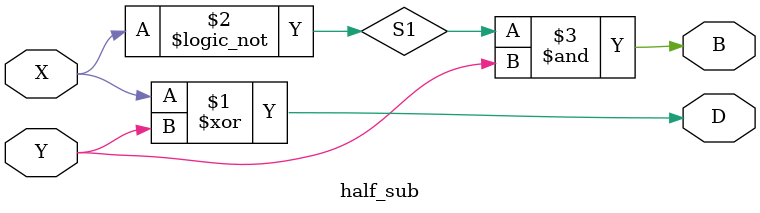
<source format=v>
module half_sub(input X,Y,output D,B);
wire S1;
assign D = X^Y;
assign S1 = !X;
assign B = S1 & Y;
endmodule 
</source>
